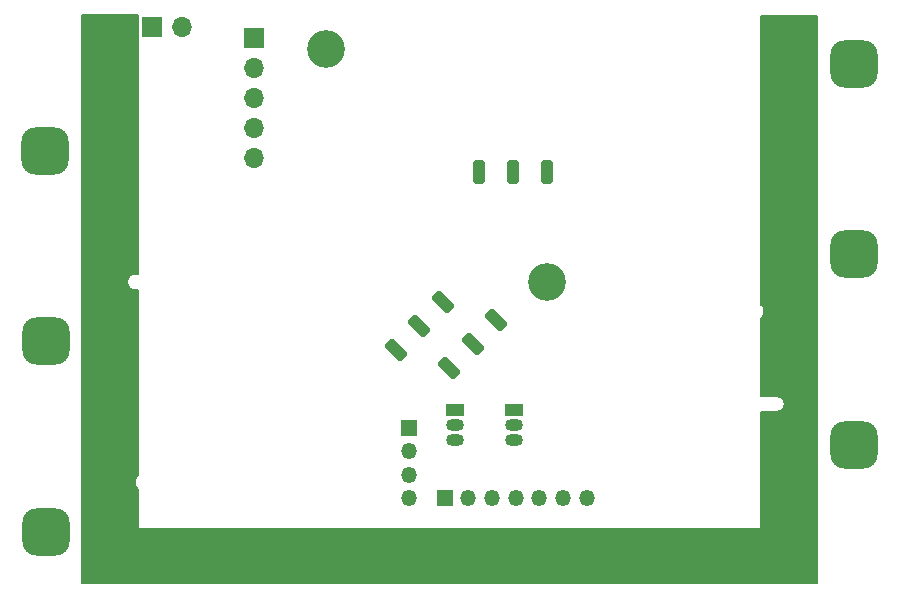
<source format=gbr>
%TF.GenerationSoftware,KiCad,Pcbnew,(6.0.5)*%
%TF.CreationDate,2023-08-08T13:01:53+01:00*%
%TF.ProjectId,Melty,4d656c74-792e-46b6-9963-61645f706362,rev?*%
%TF.SameCoordinates,Original*%
%TF.FileFunction,Soldermask,Bot*%
%TF.FilePolarity,Negative*%
%FSLAX46Y46*%
G04 Gerber Fmt 4.6, Leading zero omitted, Abs format (unit mm)*
G04 Created by KiCad (PCBNEW (6.0.5)) date 2023-08-08 13:01:53*
%MOMM*%
%LPD*%
G01*
G04 APERTURE LIST*
G04 Aperture macros list*
%AMRoundRect*
0 Rectangle with rounded corners*
0 $1 Rounding radius*
0 $2 $3 $4 $5 $6 $7 $8 $9 X,Y pos of 4 corners*
0 Add a 4 corners polygon primitive as box body*
4,1,4,$2,$3,$4,$5,$6,$7,$8,$9,$2,$3,0*
0 Add four circle primitives for the rounded corners*
1,1,$1+$1,$2,$3*
1,1,$1+$1,$4,$5*
1,1,$1+$1,$6,$7*
1,1,$1+$1,$8,$9*
0 Add four rect primitives between the rounded corners*
20,1,$1+$1,$2,$3,$4,$5,0*
20,1,$1+$1,$4,$5,$6,$7,0*
20,1,$1+$1,$6,$7,$8,$9,0*
20,1,$1+$1,$8,$9,$2,$3,0*%
G04 Aperture macros list end*
%ADD10C,0.150000*%
%ADD11R,1.350000X1.350000*%
%ADD12O,1.350000X1.350000*%
%ADD13R,1.700000X1.700000*%
%ADD14O,1.700000X1.700000*%
%ADD15RoundRect,1.200000X-0.800000X-0.800000X0.800000X-0.800000X0.800000X0.800000X-0.800000X0.800000X0*%
%ADD16C,3.200000*%
%ADD17R,1.500000X1.050000*%
%ADD18O,1.500000X1.050000*%
%ADD19RoundRect,0.250000X-0.353553X0.707107X-0.707107X0.353553X0.353553X-0.707107X0.707107X-0.353553X0*%
%ADD20RoundRect,0.250000X0.250000X0.750000X-0.250000X0.750000X-0.250000X-0.750000X0.250000X-0.750000X0*%
%ADD21RoundRect,0.250000X0.353553X-0.707107X0.707107X-0.353553X-0.353553X0.707107X-0.707107X0.353553X0*%
G04 APERTURE END LIST*
D10*
G36*
X79603600Y-68950000D02*
G01*
X79250000Y-68950000D01*
X78900000Y-69050000D01*
X78700000Y-69250000D01*
X78600000Y-69500000D01*
X78600000Y-69750000D01*
X78700000Y-70000000D01*
X78900000Y-70200000D01*
X79250000Y-70300000D01*
X79603600Y-70300000D01*
X79600000Y-85950000D01*
X79300000Y-86300000D01*
X79300000Y-86850000D01*
X79600000Y-87200000D01*
X79603600Y-94957900D01*
X74828400Y-94957900D01*
X74828400Y-46977300D01*
X79603600Y-46977300D01*
X79603600Y-68950000D01*
G37*
X79603600Y-68950000D02*
X79250000Y-68950000D01*
X78900000Y-69050000D01*
X78700000Y-69250000D01*
X78600000Y-69500000D01*
X78600000Y-69750000D01*
X78700000Y-70000000D01*
X78900000Y-70200000D01*
X79250000Y-70300000D01*
X79603600Y-70300000D01*
X79600000Y-85950000D01*
X79300000Y-86300000D01*
X79300000Y-86850000D01*
X79600000Y-87200000D01*
X79603600Y-94957900D01*
X74828400Y-94957900D01*
X74828400Y-46977300D01*
X79603600Y-46977300D01*
X79603600Y-68950000D01*
G36*
X137083800Y-95084901D02*
G01*
X132308600Y-95084900D01*
X132283200Y-80600000D01*
X133700000Y-80600000D01*
X134150000Y-80450000D01*
X134350000Y-79950000D01*
X134150000Y-79450000D01*
X133700000Y-79250000D01*
X132283200Y-79250000D01*
X132300000Y-72650000D01*
X132450000Y-72550000D01*
X132600000Y-72350000D01*
X132591805Y-71850000D01*
X132450000Y-71650000D01*
X132291805Y-71550000D01*
X132308600Y-55905400D01*
X132308600Y-47104300D01*
X137083800Y-47104300D01*
X137083800Y-95084901D01*
G37*
X137083800Y-95084901D02*
X132308600Y-95084900D01*
X132283200Y-80600000D01*
X133700000Y-80600000D01*
X134150000Y-80450000D01*
X134350000Y-79950000D01*
X134150000Y-79450000D01*
X133700000Y-79250000D01*
X132283200Y-79250000D01*
X132300000Y-72650000D01*
X132450000Y-72550000D01*
X132600000Y-72350000D01*
X132591805Y-71850000D01*
X132450000Y-71650000D01*
X132291805Y-71550000D01*
X132308600Y-55905400D01*
X132308600Y-47104300D01*
X137083800Y-47104300D01*
X137083800Y-95084901D01*
X74828400Y-90551000D02*
X137083800Y-90551000D01*
X137083800Y-90551000D02*
X137083800Y-95097600D01*
X137083800Y-95097600D02*
X74828400Y-95097600D01*
X74828400Y-95097600D02*
X74828400Y-90551000D01*
G36*
X74828400Y-90551000D02*
G01*
X137083800Y-90551000D01*
X137083800Y-95097600D01*
X74828400Y-95097600D01*
X74828400Y-90551000D01*
G37*
D11*
%TO.C,J13*%
X105550000Y-87950000D03*
D12*
X107550000Y-87950000D03*
X109550000Y-87950000D03*
X111550000Y-87950000D03*
X113550000Y-87950000D03*
X115550000Y-87950000D03*
X117550000Y-87950000D03*
%TD*%
D13*
%TO.C,J11*%
X80792000Y-48031800D03*
D14*
X83332000Y-48031800D03*
%TD*%
D15*
%TO.C,*%
X71750000Y-90800000D03*
%TD*%
D13*
%TO.C,J1*%
X89408000Y-49001600D03*
D14*
X89408000Y-51541600D03*
X89408000Y-54081600D03*
X89408000Y-56621600D03*
X89408000Y-59161600D03*
%TD*%
D16*
%TO.C,REF\u002A\u002A*%
X114223800Y-69621400D03*
%TD*%
D15*
%TO.C,*%
X140200000Y-83450000D03*
%TD*%
D11*
%TO.C,J12*%
X102550000Y-81950000D03*
D12*
X102550000Y-83950000D03*
X102550000Y-85950000D03*
X102550000Y-87950000D03*
%TD*%
D16*
%TO.C,REF\u002A\u002A*%
X95529400Y-49936400D03*
%TD*%
D15*
%TO.C,REF\u002A\u002A*%
X140200000Y-67250000D03*
%TD*%
%TO.C,*%
X140150000Y-51150000D03*
%TD*%
%TO.C,*%
X71750000Y-74650000D03*
%TD*%
D17*
%TO.C,Q4*%
X106400000Y-80500000D03*
D18*
X106400000Y-81770000D03*
X106400000Y-83040000D03*
%TD*%
D15*
%TO.C,*%
X71700000Y-58500000D03*
%TD*%
D17*
%TO.C,Q3*%
X111390000Y-80480000D03*
D18*
X111390000Y-81750000D03*
X111390000Y-83020000D03*
%TD*%
D19*
%TO.C,J6*%
X107899200Y-74879200D03*
%TD*%
%TO.C,J4*%
X105423958Y-71334642D03*
%TD*%
D20*
%TO.C,J2*%
X114200000Y-60274200D03*
%TD*%
D19*
%TO.C,J8*%
X105878643Y-76899758D03*
%TD*%
D21*
%TO.C,J9*%
X101382842Y-75375758D03*
%TD*%
D20*
%TO.C,J5*%
X111315500Y-60274200D03*
%TD*%
D19*
%TO.C,J7*%
X103403400Y-73355200D03*
%TD*%
%TO.C,J3*%
X109919758Y-72858643D03*
%TD*%
D20*
%TO.C,J10*%
X108458000Y-60274200D03*
%TD*%
M02*

</source>
